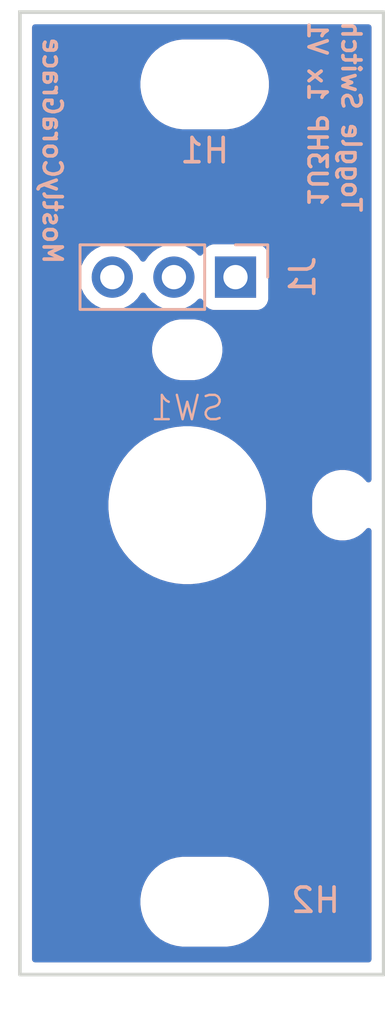
<source format=kicad_pcb>
(kicad_pcb (version 20240108) (generator "pcbnew") (generator_version "8.0")
  (layers (0 "F.Cu" signal) (31 "B.Cu" signal) (34 "B.Paste" user) (35 "F.Paste" user) (36 "B.SilkS" user "B.Silkscreen") (37 "F.SilkS" user "F.Silkscreen") (38 "B.Mask" user) (39 "F.Mask" user) (44 "Edge.Cuts" user))
  (net 0 "")
  (footprint "EXC:SW_SPDT_M6_Panel_Mount" (layer "F.Cu") (at 6.9 22.725)
    (property "Reference" "SW1" (at 0 -4 0) (layer "B.SilkS") (effects (font (thickness 0.1)) (justify mirror)))
    (property "Value" "SW_SPST_M6_MOUNT")
    (pad "" np_thru_hole oval (at 0 -6.4) (size 2.4 2) (drill oval 2.4 2) (layers "F&B.Cu" "*.Mask"))
    (pad "" np_thru_hole circle (at 0 0) (size 6 6) (drill 6) (layers "F&B.Cu" "*.Mask"))
    (pad "" np_thru_hole oval (at 6.4 0) (size 2 2.4) (drill oval 2 2.4) (layers "F&B.Cu" "*.Mask"))
  )
  (footprint "MountingHole:MountingHole_3.2mm_M3" (layer "B.Cu") (at 7.61968 5.4 180)
    (property "Reference" "H1" (at -0.00032 -2.728 0) (layer "B.SilkS") (effects (justify mirror)))
    (property "Value" "MountingHole")
    (pad "" np_thru_hole oval (at 0 0 180) (size 4.8 3.2) (drill oval 4.8 3.2) (layers "F&B.Cu" "*.Mask"))
  )
  (footprint "Connector_PinSocket_2.54mm:PinSocket_1x03_P2.54mm_Vertical" (layer "B.Cu") (at 8.89 13.335 90)
    (property "Reference" "J1" (at 0 2.77 90) (layer "B.SilkS") (effects (justify mirror)))
    (property "Value" "Conn_01x03_Socket")
    (fp_line (start 1.33 -6.41) (end -1.33 -6.41) (stroke (width 0.12)) (layer "B.SilkS"))
    (fp_line (start 1.33 -6.41) (end 1.33 -1.27) (stroke (width 0.12)) (layer "B.SilkS"))
    (fp_line (start -1.33 -6.41) (end -1.33 -1.27) (stroke (width 0.12)) (layer "B.SilkS"))
    (fp_line (start 1.33 -1.27) (end -1.33 -1.27) (stroke (width 0.12)) (layer "B.SilkS"))
    (fp_line (start 1.33 0) (end 1.33 1.33) (stroke (width 0.12)) (layer "B.SilkS"))
    (fp_line (start 1.33 1.33) (end 0 1.33) (stroke (width 0.12)) (layer "B.SilkS"))
    (pad "1" thru_hole rect (at 0 0 90) (size 1.7 1.7) (drill 1) (layers "*.Cu" "*.Mask"))
    (pad "2" thru_hole oval (at 0 -2.54 90) (size 1.7 1.7) (drill 1) (layers "*.Cu" "*.Mask"))
    (pad "3" thru_hole oval (at 0 -5.08 90) (size 1.7 1.7) (drill 1) (layers "*.Cu" "*.Mask"))
  )
  (footprint "MountingHole:MountingHole_3.2mm_M3" (layer "B.Cu") (at 7.61968 39.05 180)
    (property "Reference" "H2" (at -4.57168 0.061 0) (layer "B.SilkS") (effects (justify mirror)))
    (property "Value" "MountingHole")
    (pad "" np_thru_hole oval (at 0 0 180) (size 4.8 3.2) (drill oval 4.8 3.2) (layers "F&B.Cu" "*.Mask"))
  )
  (gr_rect (start 0 2.425) (end 15 42.05) (stroke (width 0.15)) (fill none) (layer "Edge.Cuts"))
  (gr_text "Toggle Switch" (at 14.097 6.731 270) (layer "B.SilkS") (effects (font (size 0.75 0.75) (thickness 0.15) (bold yes)) (justify top mirror)))
  (gr_text "MostlyCoraGrace" (at 1.778 8.128 270) (layer "B.SilkS") (effects (font (size 0.75 0.75) (thickness 0.15) (bold yes)) (justify top mirror)))
  (gr_text "1U3HP 1x V1" (at 12.7 6.604 270) (layer "B.SilkS") (effects (font (size 0.75 0.75) (thickness 0.15) (bold yes)) (justify top mirror)))
  (zone (net 0) (net_name "") (layers "F&B.Cu") (connect_pads (clearance 0.5)) (min_thickness 0.25) (fill yes (thermal_gap 0.5) (thermal_bridge_width 0.5) (island_removal_mode 1) (island_area_min 10))
    (polygon (pts (xy 0 2.5) (xy 15 2.5) (xy 15 42) (xy 0 42)))
  )
)
</source>
